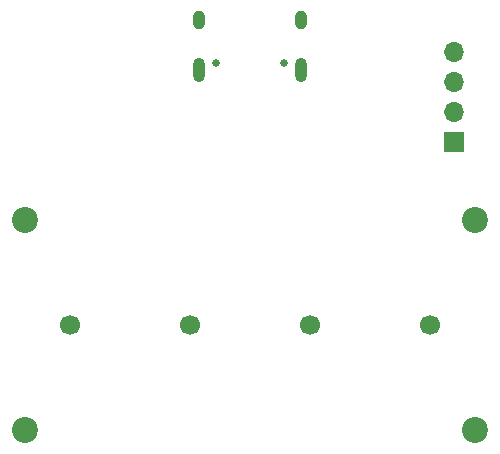
<source format=gbr>
%TF.GenerationSoftware,KiCad,Pcbnew,7.0.1*%
%TF.CreationDate,2023-05-12T00:47:34+01:00*%
%TF.ProjectId,MoonPad,4d6f6f6e-5061-4642-9e6b-696361645f70,rev?*%
%TF.SameCoordinates,Original*%
%TF.FileFunction,Soldermask,Bot*%
%TF.FilePolarity,Negative*%
%FSLAX46Y46*%
G04 Gerber Fmt 4.6, Leading zero omitted, Abs format (unit mm)*
G04 Created by KiCad (PCBNEW 7.0.1) date 2023-05-12 00:47:34*
%MOMM*%
%LPD*%
G01*
G04 APERTURE LIST*
%ADD10C,0.650000*%
%ADD11O,1.000000X2.100000*%
%ADD12O,1.000000X1.600000*%
%ADD13C,2.200000*%
%ADD14C,1.700000*%
%ADD15R,1.700000X1.700000*%
%ADD16O,1.700000X1.700000*%
G04 APERTURE END LIST*
D10*
%TO.C,J3*%
X180690000Y-83245000D03*
X174910000Y-83245000D03*
D11*
X182120000Y-83775000D03*
D12*
X182120000Y-79595000D03*
D11*
X173480000Y-83775000D03*
D12*
X173480000Y-79595000D03*
%TD*%
D13*
%TO.C,H2*%
X196850000Y-96520000D03*
%TD*%
%TO.C,H4*%
X196850000Y-114300000D03*
%TD*%
%TO.C,H3*%
X158750000Y-114300000D03*
%TD*%
%TO.C,H1*%
X158750000Y-96520000D03*
%TD*%
D14*
%TO.C,X*%
X172720000Y-105410000D03*
X162560000Y-105410000D03*
%TD*%
%TO.C,Z*%
X193040000Y-105410000D03*
X182880000Y-105410000D03*
%TD*%
D15*
%TO.C,J1*%
X195072000Y-89906000D03*
D16*
X195072000Y-87366000D03*
X195072000Y-84826000D03*
X195072000Y-82286000D03*
%TD*%
M02*

</source>
